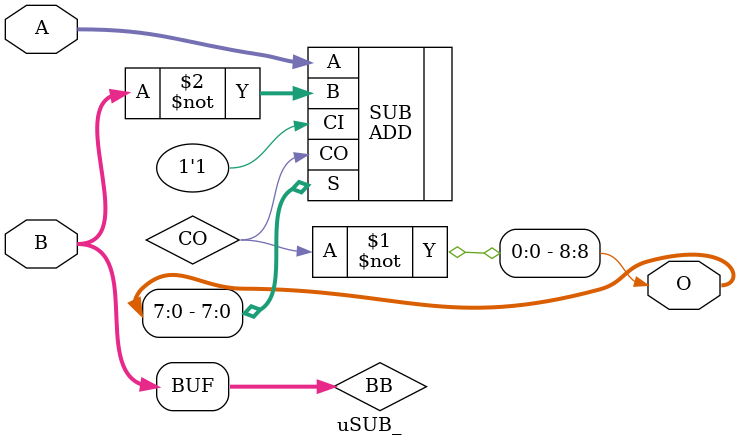
<source format=v>
`timescale 1ns / 1ps

module SUB_ #(parameter N = 8, M = N)( // N >= M
	input [N-1:0] A,
	input [M-1:0] B,
	output [N:0] O
    );
	 
	 wire [N-1:0] BB;
	 wire CO;
	 
	 generate
		if (N > M)
			assign BB = {{(N-M){B[M-1]}}, B};
		else
			assign BB = B;
	 endgenerate
	 
	 MUX #(.N(1)) MUX(
		.A(CO),
		.B(O[N-1]),
		.S(~(A[N-1]^B[M-1])),
		.O(O[N])
	);
	 
	ADD #(.N(N)) SUB(
		.A(A),
		.B(~BB),
		.CI(1'b1),
		.S(O[N-1:0]), 
		.CO(CO)
);
	 
endmodule 

module uSUB_ #(parameter N = 8, M = N)( // N >= M
	input [N-1:0] A,
	input [M-1:0] B,
	output [N:0] O
    );
	 
	 wire [N-1:0] BB;
	 wire CO;
	 
	 generate
		if (N > M)
			assign BB = {{(N-M){1'b0}}, B};
		else
			assign BB = B;
	 endgenerate
	
  assign O[N] = ~CO;
	 
	ADD #(.N(N)) SUB(
		.A(A),
		.B(~BB),
		.CI(1'b1),
		.S(O[N-1:0]), 
		.CO(CO)
);
endmodule
</source>
